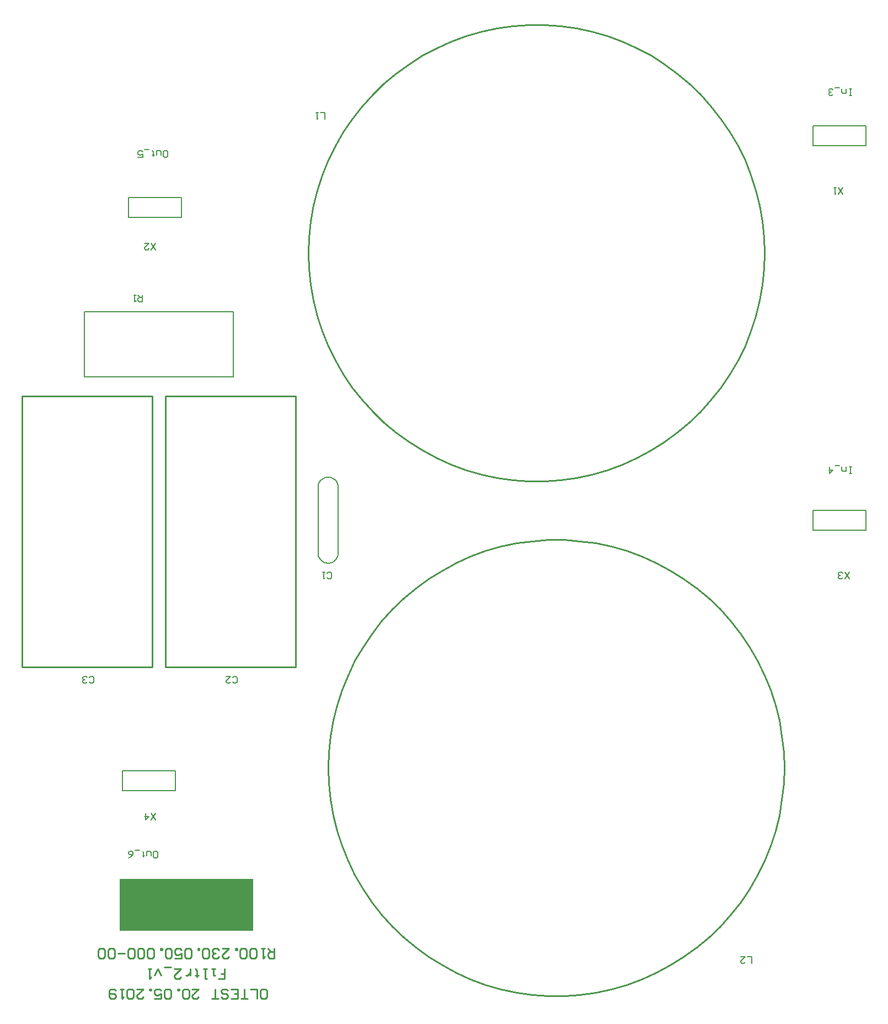
<source format=gto>
%FSTAX23Y23*%
%MOIN*%
%SFA1B1*%

%IPPOS*%
%ADD18C,0.005000*%
%ADD19C,0.010000*%
%ADD20C,0.008000*%
%ADD21C,0.005900*%
%ADD22C,0.009800*%
%ADD23R,0.807100X0.315000*%
%LNr100.230.050.001-00_filtr2-1*%
%LPD*%
G54D18*
X02028Y03349D02*
D01*
X02028Y03353*
X02027Y03357*
X02027Y03362*
X02026Y03366*
X02024Y0337*
X02023Y03374*
X02021Y03377*
X02019Y03381*
X02017Y03384*
X02014Y03388*
X02011Y03391*
X02008Y03394*
X02005Y03396*
X02002Y03399*
X01998Y03401*
X01994Y03403*
X0199Y03405*
X01987Y03406*
X01983Y03407*
X01978Y03408*
X01974Y03409*
X0197Y03409*
X01966*
X01962Y03409*
X01958Y03408*
X01953Y03407*
X01949Y03406*
X01946Y03405*
X01942Y03403*
X01938Y03401*
X01934Y03399*
X01931Y03396*
X01928Y03394*
X01925Y03391*
X01922Y03388*
X01919Y03384*
X01917Y03381*
X01915Y03377*
X01913Y03374*
X01912Y0337*
X0191Y03366*
X01909Y03362*
X01909Y03357*
X01908Y03353*
X01908Y03349*
Y02949D02*
D01*
X01908Y02945*
X01909Y02941*
X01909Y02937*
X0191Y02933*
X01912Y02929*
X01913Y02925*
X01915Y02921*
X01917Y02917*
X01919Y02914*
X01922Y02911*
X01925Y02907*
X01928Y02905*
X01931Y02902*
X01934Y02899*
X01938Y02897*
X01942Y02895*
X01946Y02893*
X01949Y02892*
X01953Y02891*
X01958Y0289*
X01962Y02889*
X01966Y02889*
X0197*
X01974Y02889*
X01978Y0289*
X01983Y02891*
X01987Y02892*
X0199Y02893*
X01994Y02895*
X01998Y02897*
X02002Y02899*
X02005Y02902*
X02008Y02905*
X02011Y02907*
X02014Y02911*
X02017Y02914*
X02019Y02917*
X02021Y02921*
X02023Y02925*
X02024Y02929*
X02026Y02933*
X02027Y02937*
X02027Y02941*
X02028Y02945*
X02028Y02949*
Y03349*
X01908Y02949D02*
Y03349D01*
X00494Y04409D02*
X01394D01*
Y04015D02*
Y04409D01*
X00494Y04015D02*
Y04409D01*
Y04015D02*
X01394D01*
G54D19*
X04606Y04763D02*
D01*
X04602Y04859*
X04592Y04955*
X04576Y0505*
X04552Y05143*
X04523Y05235*
X04487Y05324*
X04445Y0541*
X04396Y05494*
X04343Y05573*
X04283Y05649*
X04219Y05721*
X0415Y05787*
X04076Y05849*
X03998Y05906*
X03917Y05957*
X03832Y06002*
X03744Y06041*
X03654Y06074*
X03561Y061*
X03467Y0612*
X03372Y06134*
X03276Y0614*
X0318*
X03084Y06134*
X02989Y0612*
X02894Y061*
X02802Y06074*
X02712Y06041*
X02624Y06002*
X02539Y05957*
X02457Y05906*
X02379Y05849*
X02306Y05787*
X02237Y05721*
X02172Y05649*
X02113Y05573*
X02059Y05494*
X02011Y0541*
X01969Y05324*
X01933Y05235*
X01903Y05143*
X0188Y0505*
X01863Y04955*
X01853Y04859*
X0185Y04763*
X01853Y04667*
X01863Y04572*
X0188Y04477*
X01903Y04383*
X01933Y04292*
X01969Y04203*
X02011Y04116*
X02059Y04033*
X02113Y03953*
X02172Y03878*
X02237Y03806*
X02306Y03739*
X02379Y03677*
X02457Y03621*
X02539Y0357*
X02624Y03525*
X02712Y03486*
X02802Y03453*
X02894Y03426*
X02989Y03406*
X03084Y03393*
X0318Y03386*
X03276*
X03372Y03393*
X03467Y03406*
X03561Y03426*
X03654Y03453*
X03744Y03486*
X03832Y03525*
X03917Y0357*
X03998Y03621*
X04076Y03677*
X0415Y03739*
X04219Y03806*
X04283Y03878*
X04343Y03953*
X04396Y04033*
X04445Y04116*
X04487Y04203*
X04523Y04292*
X04552Y04383*
X04576Y04477*
X04592Y04572*
X04602Y04667*
X04606Y04763*
X04724Y01653D02*
D01*
X04721Y01749*
X0471Y01845*
X04694Y0194*
X04671Y02033*
X04641Y02124*
X04605Y02213*
X04563Y023*
X04515Y02383*
X04461Y02463*
X04402Y02539*
X04337Y0261*
X04268Y02677*
X04194Y02739*
X04116Y02795*
X04035Y02846*
X0395Y02892*
X03862Y02931*
X03772Y02964*
X03679Y0299*
X03585Y0301*
X0349Y03023*
X03394Y0303*
X03298*
X03202Y03023*
X03107Y0301*
X03013Y0299*
X0292Y02964*
X0283Y02931*
X02742Y02892*
X02657Y02846*
X02575Y02795*
X02498Y02739*
X02424Y02677*
X02355Y0261*
X0229Y02539*
X02231Y02463*
X02177Y02383*
X02129Y023*
X02087Y02213*
X02051Y02124*
X02021Y02033*
X01998Y0194*
X01981Y01845*
X01971Y01749*
X01968Y01653*
X01971Y01557*
X01981Y01461*
X01998Y01366*
X02021Y01273*
X02051Y01182*
X02087Y01093*
X02129Y01006*
X02177Y00923*
X02231Y00843*
X0229Y00767*
X02355Y00696*
X02424Y00629*
X02498Y00567*
X02575Y00511*
X02657Y0046*
X02742Y00414*
X0283Y00375*
X0292Y00342*
X03013Y00316*
X03107Y00296*
X03202Y00283*
X03298Y00276*
X03394*
X0349Y00283*
X03585Y00296*
X03679Y00316*
X03772Y00342*
X03862Y00375*
X0395Y00414*
X04035Y0046*
X04116Y00511*
X04194Y00567*
X04268Y00629*
X04337Y00696*
X04402Y00767*
X04461Y00843*
X04515Y00923*
X04563Y01006*
X04605Y01093*
X04641Y01182*
X04671Y01273*
X04694Y01366*
X0471Y01461*
X04721Y01557*
X04724Y01653*
X00118Y02263D02*
Y03897D01*
Y02263D02*
X00531D01*
X00905*
Y03897*
X00118D02*
X00905D01*
X00984Y02263D02*
Y03897D01*
Y02263D02*
X01397D01*
X01771*
Y03897*
X00984D02*
X01771D01*
G54D20*
X01044Y01514D02*
Y01634D01*
X00724Y01514D02*
X01044D01*
X00724D02*
Y01634D01*
X01044*
X0522Y05412D02*
Y05532D01*
X049Y05412D02*
X0522D01*
X049D02*
Y05532D01*
X0522*
X01083Y04979D02*
Y05099D01*
X00763Y04979D02*
X01083D01*
X00763D02*
Y05099D01*
X01083*
X05217Y03089D02*
Y03209D01*
X04897Y03089D02*
X05217D01*
X04897D02*
Y03209D01*
X05217*
G54D21*
X05131Y03432D02*
X05118D01*
X05125*
Y03471*
X05131*
X05118*
X05099D02*
Y03445D01*
X05079*
X05072Y03452*
Y03471*
X05059Y03478D02*
X05033D01*
X05Y03471D02*
Y03432D01*
X0502Y03452*
X04994*
X05131Y05715D02*
X05118D01*
X05125*
Y05755*
X05131*
X05118*
X05099D02*
Y05729D01*
X05079*
X05072Y05735*
Y05755*
X05059Y05761D02*
X05033D01*
X0502Y05722D02*
X05013Y05715D01*
X05*
X04994Y05722*
Y05729*
X05Y05735*
X05007*
X05*
X04994Y05742*
Y05748*
X05Y05755*
X05013*
X0502Y05748*
X00978Y05341D02*
X00991D01*
X00998Y05348*
Y05374*
X00991Y05381*
X00978*
X00971Y05374*
Y05348*
X00978Y05341*
X00958Y05355D02*
Y05374D01*
X00952Y05381*
X00932*
Y05355*
X00912Y05348D02*
Y05355D01*
X00919*
X00906*
X00912*
Y05374*
X00906Y05381*
X00886Y05387D02*
X0086D01*
X0082Y05341D02*
X00847D01*
Y05361*
X00834Y05355*
X00827*
X0082Y05361*
Y05374*
X00827Y05381*
X0084*
X00847Y05374*
X00919Y01109D02*
X00932D01*
X00939Y01116*
Y01142*
X00932Y01149*
X00919*
X00912Y01142*
Y01116*
X00919Y01109*
X00899Y01122D02*
Y01142D01*
X00893Y01149*
X00873*
Y01122*
X00853Y01116D02*
Y01122D01*
X0086*
X00847*
X00853*
Y01142*
X00847Y01149*
X00827Y01155D02*
X00801D01*
X00761Y01109D02*
X00775Y01116D01*
X00788Y01129*
Y01142*
X00781Y01149*
X00768*
X00761Y01142*
Y01135*
X00768Y01129*
X00788*
X00925Y01338D02*
X00899Y01378D01*
Y01338D02*
X00925Y01378D01*
X00866D02*
Y01338D01*
X00885Y01358*
X00859*
X05118Y02795D02*
X05091Y02834D01*
Y02795D02*
X05118Y02834D01*
X05078Y02801D02*
X05072Y02795D01*
X05059*
X05052Y02801*
Y02808*
X05059Y02815*
X05065*
X05059*
X05052Y02821*
Y02828*
X05059Y02834*
X05072*
X05078Y02828*
X00925Y04783D02*
X00899Y04822D01*
Y04783D02*
X00925Y04822D01*
X00859D02*
X00885D01*
X00859Y04796*
Y0479*
X00866Y04783*
X00879*
X00885Y0479*
X05078Y05118D02*
X05052Y05157D01*
Y05118D02*
X05078Y05157D01*
X05039D02*
X05026D01*
X05032*
Y05118*
X05039Y05124*
X00846Y04507D02*
Y04468D01*
X00826*
X0082Y04475*
Y04488*
X00826Y04494*
X00846*
X00833D02*
X0082Y04507D01*
X00807D02*
X00794D01*
X008*
Y04468*
X00807Y04475*
X04527Y00472D02*
Y00511D01*
X04501*
X04462D02*
X04488D01*
X04462Y00485*
Y00479*
X04468Y00472*
X04481*
X04488Y00479*
X01948Y0557D02*
Y0561D01*
X01922*
X01909D02*
X01896D01*
X01902*
Y0557*
X01909Y05577*
X00524Y02171D02*
X00531Y02165D01*
X00544*
X00551Y02171*
Y02198*
X00544Y02204*
X00531*
X00524Y02198*
X00511Y02171D02*
X00505Y02165D01*
X00492*
X00485Y02171*
Y02178*
X00492Y02185*
X00498*
X00492*
X00485Y02191*
Y02198*
X00492Y02204*
X00505*
X00511Y02198*
X01391Y02171D02*
X01397Y02165D01*
X0141*
X01417Y02171*
Y02198*
X0141Y02204*
X01397*
X01391Y02198*
X01351Y02204D02*
X01378D01*
X01351Y02178*
Y02171*
X01358Y02165*
X01371*
X01378Y02171*
X01962Y02801D02*
X01968Y02795D01*
X01981*
X01988Y02801*
Y02828*
X01981Y02834*
X01968*
X01962Y02828*
X01948Y02834D02*
X01935D01*
X01942*
Y02795*
X01948Y02801*
G54D22*
X01304Y00379D02*
X01343D01*
Y00408*
X01323*
X01343*
Y00438*
X01284D02*
X01264D01*
X01274*
Y00399*
X01284*
X01235Y00438D02*
X01215D01*
X01225*
Y00379*
X01235*
X01176Y00389D02*
Y00399D01*
X01186*
X01166*
X01176*
Y00428*
X01166Y00438*
X01136Y00399D02*
Y00438D01*
Y00418*
X01127Y00408*
X01117Y00399*
X01107*
X01038Y00438D02*
X01077D01*
X01038Y00399*
Y00389*
X01048Y00379*
X01067*
X01077Y00389*
X01018Y00448D02*
X00979D01*
X00959Y00399D02*
X0094Y00438D01*
X0092Y00399*
X009Y00438D02*
X00881D01*
X0089*
Y00379*
X009Y00389*
X01643Y00563D02*
Y00503D01*
X01614*
X01604Y00513*
Y00533*
X01614Y00543*
X01643*
X01623D02*
X01604Y00563D01*
X01584D02*
X01564D01*
X01574*
Y00503*
X01584Y00513*
X01535D02*
X01525Y00503D01*
X01505*
X01495Y00513*
Y00553*
X01505Y00563*
X01525*
X01535Y00553*
Y00513*
X01476D02*
X01466Y00503D01*
X01446*
X01436Y00513*
Y00553*
X01446Y00563*
X01466*
X01476Y00553*
Y00513*
X01417Y00563D02*
Y00553D01*
X01407*
Y00563*
X01417*
X01328D02*
X01368D01*
X01328Y00523*
Y00513*
X01338Y00503*
X01358*
X01368Y00513*
X01309D02*
X01299Y00503D01*
X01279*
X01269Y00513*
Y00523*
X01279Y00533*
X01289*
X01279*
X01269Y00543*
Y00553*
X01279Y00563*
X01299*
X01309Y00553*
X0125Y00513D02*
X0124Y00503D01*
X0122*
X0121Y00513*
Y00553*
X0122Y00563*
X0124*
X0125Y00553*
Y00513*
X0119Y00563D02*
Y00553D01*
X01181*
Y00563*
X0119*
X01141Y00513D02*
X01131Y00503D01*
X01112*
X01102Y00513*
Y00553*
X01112Y00563*
X01131*
X01141Y00553*
Y00513*
X01043Y00503D02*
X01082D01*
Y00533*
X01063Y00523*
X01053*
X01043Y00533*
Y00553*
X01053Y00563*
X01072*
X01082Y00553*
X01023Y00513D02*
X01013Y00503D01*
X00994*
X00984Y00513*
Y00553*
X00994Y00563*
X01013*
X01023Y00553*
Y00513*
X00964Y00563D02*
Y00553D01*
X00954*
Y00563*
X00964*
X00915Y00513D02*
X00905Y00503D01*
X00885*
X00876Y00513*
Y00553*
X00885Y00563*
X00905*
X00915Y00553*
Y00513*
X00856D02*
X00846Y00503D01*
X00826*
X00817Y00513*
Y00553*
X00826Y00563*
X00846*
X00856Y00553*
Y00513*
X00797D02*
X00787Y00503D01*
X00767*
X00758Y00513*
Y00553*
X00767Y00563*
X00787*
X00797Y00553*
Y00513*
X00738Y00533D02*
X00699D01*
X00679Y00513D02*
X00669Y00503D01*
X00649*
X00639Y00513*
Y00553*
X00649Y00563*
X00669*
X00679Y00553*
Y00513*
X0062D02*
X0061Y00503D01*
X0059*
X0058Y00513*
Y00553*
X0059Y00563*
X0061*
X0062Y00553*
Y00513*
X01569Y00257D02*
X01589D01*
X01599Y00267*
Y00307*
X01589Y00316*
X01569*
X01559Y00307*
Y00267*
X01569Y00257*
X0154D02*
Y00316D01*
X015*
X01481Y00257D02*
X01441D01*
X01461*
Y00316*
X01382Y00257D02*
X01422D01*
Y00316*
X01382*
X01422Y00287D02*
X01402D01*
X01323Y00267D02*
X01333Y00257D01*
X01353*
X01363Y00267*
Y00277*
X01353Y00287*
X01333*
X01323Y00297*
Y00307*
X01333Y00316*
X01353*
X01363Y00307*
X01304Y00257D02*
X01264D01*
X01284*
Y00316*
X01146D02*
X01186D01*
X01146Y00277*
Y00267*
X01156Y00257*
X01176*
X01186Y00267*
X01127D02*
X01117Y00257D01*
X01097*
X01087Y00267*
Y00307*
X01097Y00316*
X01117*
X01127Y00307*
Y00267*
X01067Y00316D02*
Y00307D01*
X01058*
Y00316*
X01067*
X01018Y00267D02*
X01008Y00257D01*
X00989*
X00979Y00267*
Y00307*
X00989Y00316*
X01008*
X01018Y00307*
Y00267*
X0092Y00257D02*
X00959D01*
Y00287*
X0094Y00277*
X0093*
X0092Y00287*
Y00307*
X0093Y00316*
X00949*
X00959Y00307*
X009Y00316D02*
Y00307D01*
X0089*
Y00316*
X009*
X00812D02*
X00851D01*
X00812Y00277*
Y00267*
X00821Y00257*
X00841*
X00851Y00267*
X00792D02*
X00782Y00257D01*
X00762*
X00753Y00267*
Y00307*
X00762Y00316*
X00782*
X00792Y00307*
Y00267*
X00733Y00316D02*
X00713D01*
X00723*
Y00257*
X00733Y00267*
X00684Y00307D02*
X00674Y00316D01*
X00654*
X00644Y00307*
Y00267*
X00654Y00257*
X00674*
X00684Y00267*
Y00277*
X00674Y00287*
X00644*
G54D23*
X01112Y00826D03*
M02*
</source>
